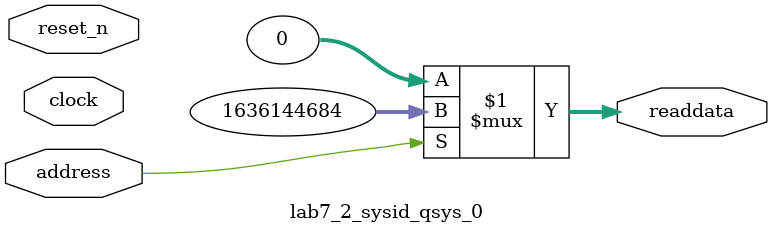
<source format=v>



// synthesis translate_off
`timescale 1ns / 1ps
// synthesis translate_on

// turn off superfluous verilog processor warnings 
// altera message_level Level1 
// altera message_off 10034 10035 10036 10037 10230 10240 10030 

module lab7_2_sysid_qsys_0 (
               // inputs:
                address,
                clock,
                reset_n,

               // outputs:
                readdata
             )
;

  output  [ 31: 0] readdata;
  input            address;
  input            clock;
  input            reset_n;

  wire    [ 31: 0] readdata;
  //control_slave, which is an e_avalon_slave
  assign readdata = address ? 1636144684 : 0;

endmodule



</source>
